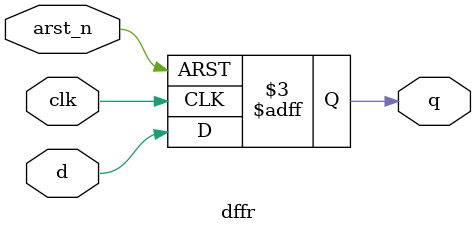
<source format=sv>

`include "common_defs.svh"

module dffr #(
  // Register width
  parameter int W = 1

  // Initial reset value
, parameter logic [W - 1:0] INIT = '0
) (
// -------------------------------------------------------------------------- //
// Register Interface
  input [W - 1:0]                     d
//
, output logic [W - 1:0]              q

// -------------------------------------------------------------------------- //
// Clk/Reset
, input                               clk
, input                               arst_n
);

always_ff @(posedge clk or negedge arst_n)
  if (~arst_n)
    q <= INIT;
  else
    q <= d;

endmodule : dffr
</source>
